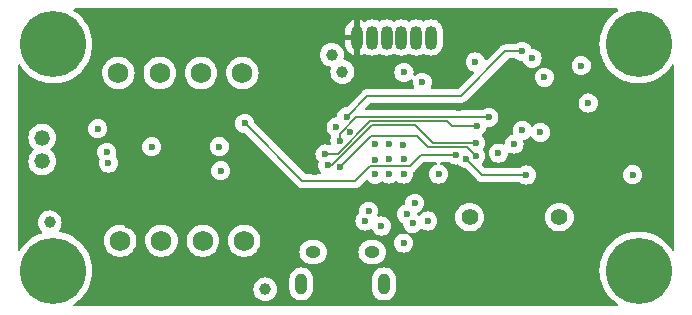
<source format=gbr>
%TF.GenerationSoftware,KiCad,Pcbnew,7.0.1*%
%TF.CreationDate,2023-05-27T07:40:04-07:00*%
%TF.ProjectId,Base-Flight-Computer-Test,42617365-2d46-46c6-9967-68742d436f6d,rev?*%
%TF.SameCoordinates,Original*%
%TF.FileFunction,Copper,L3,Inr*%
%TF.FilePolarity,Positive*%
%FSLAX46Y46*%
G04 Gerber Fmt 4.6, Leading zero omitted, Abs format (unit mm)*
G04 Created by KiCad (PCBNEW 7.0.1) date 2023-05-27 07:40:04*
%MOMM*%
%LPD*%
G01*
G04 APERTURE LIST*
%TA.AperFunction,ComponentPad*%
%ADD10O,1.300000X1.016000*%
%TD*%
%TA.AperFunction,ComponentPad*%
%ADD11O,1.016000X1.778000*%
%TD*%
%TA.AperFunction,ComponentPad*%
%ADD12C,5.588000*%
%TD*%
%TA.AperFunction,ComponentPad*%
%ADD13O,1.016000X2.032000*%
%TD*%
%TA.AperFunction,ComponentPad*%
%ADD14C,1.408000*%
%TD*%
%TA.AperFunction,ComponentPad*%
%ADD15C,1.320800*%
%TD*%
%TA.AperFunction,ComponentPad*%
%ADD16C,1.727200*%
%TD*%
%TA.AperFunction,ViaPad*%
%ADD17C,0.600000*%
%TD*%
%TA.AperFunction,ViaPad*%
%ADD18C,1.000000*%
%TD*%
%TA.AperFunction,Conductor*%
%ADD19C,0.177800*%
%TD*%
G04 APERTURE END LIST*
D10*
%TO.N,Earth*%
%TO.C,P2*%
X131454400Y-100525600D03*
X136454400Y-100525600D03*
D11*
X130454400Y-103225600D03*
X137454400Y-103225600D03*
%TD*%
D12*
%TO.N,Earth*%
%TO.C,H4*%
X109448600Y-102108000D03*
%TD*%
D13*
%TO.N,3.3V*%
%TO.C,P3*%
X135178000Y-82365000D03*
%TO.N,SWDIO*%
X136428000Y-82365000D03*
%TO.N,SWCLK*%
X137678000Y-82365000D03*
%TO.N,SWO*%
X138928000Y-82365000D03*
%TO.N,NRST*%
X140178000Y-82365000D03*
%TO.N,Earth*%
X141428000Y-82365000D03*
%TD*%
D14*
%TO.N,VIN*%
%TO.C,BZ1*%
X144703800Y-97561400D03*
%TO.N,Net-(BZ1-+)*%
X152303800Y-97561400D03*
%TD*%
D15*
%TO.N,Earth*%
%TO.C,P5*%
X108508800Y-92837001D03*
%TO.N,Net-(P5-6)*%
X108508800Y-90836999D03*
%TD*%
D12*
%TO.N,Earth*%
%TO.C,H3*%
X159004000Y-102108000D03*
%TD*%
D16*
%TO.N,VIN_SW*%
%TO.C,P1*%
X125467400Y-85372600D03*
%TO.N,Net-(P1A-6)*%
X121967399Y-85372600D03*
%TO.N,Earth*%
X118467399Y-85372600D03*
%TO.N,Net-(P1B-6)*%
X114967398Y-85372600D03*
%TD*%
D12*
%TO.N,Earth*%
%TO.C,H1*%
X159004000Y-82931000D03*
%TD*%
D16*
%TO.N,VIN_SW*%
%TO.C,P4*%
X115112800Y-99568000D03*
%TO.N,Net-(P4A-6)*%
X118612801Y-99568000D03*
%TO.N,VIN*%
X122112801Y-99568000D03*
%TO.N,VIN_SW*%
X125612802Y-99568000D03*
%TD*%
D12*
%TO.N,Earth*%
%TO.C,H2*%
X109448600Y-82931000D03*
%TD*%
D17*
%TO.N,Earth*%
X123520200Y-91592400D03*
%TO.N,3.3V*%
X147548600Y-85191600D03*
%TO.N,Earth*%
X154736800Y-87909400D03*
X141147800Y-97891600D03*
X139115800Y-93929200D03*
X139115800Y-92659200D03*
X140690600Y-86156800D03*
X139141200Y-85318600D03*
X136677400Y-91414600D03*
X113969800Y-92075000D03*
X136652000Y-92710000D03*
X137896600Y-93929200D03*
X137845800Y-91414600D03*
X145186400Y-84429600D03*
X136702800Y-93954600D03*
X117779800Y-91617800D03*
D18*
X133045200Y-83820000D03*
D17*
X151028400Y-85725000D03*
X137871200Y-92684600D03*
X139090400Y-91440000D03*
%TO.N,3.3V*%
X127812800Y-83769200D03*
X134493000Y-98094800D03*
X154406600Y-89611200D03*
X131648200Y-93751400D03*
X114833400Y-88569800D03*
X154203400Y-85928200D03*
X143764000Y-88366600D03*
D18*
X115824000Y-98094800D03*
D17*
X151079200Y-80619600D03*
D18*
%TO.N,VIN*%
X133934200Y-85267800D03*
X127406400Y-103682800D03*
X109143800Y-98018600D03*
D17*
%TO.N,DROGUE*%
X134594600Y-90398600D03*
X114122200Y-92989400D03*
%TO.N,MAIN*%
X123621800Y-93649800D03*
X133400800Y-89941400D03*
%TO.N,BOOT*%
X144373600Y-92608400D03*
X149504400Y-94004907D03*
X158496000Y-93980000D03*
%TO.N,SWDIO*%
X139369800Y-97307400D03*
%TO.N,SWCLK*%
X140055600Y-96393000D03*
%TO.N,SWO*%
X142069185Y-93922215D03*
%TO.N,STATUS_B*%
X134289800Y-89052400D03*
X149148800Y-83540600D03*
%TO.N,STATUS_G*%
X149174200Y-90220800D03*
X154152600Y-84734400D03*
%TO.N,STATUS_R*%
X149987000Y-84124800D03*
X147142200Y-92151200D03*
%TO.N,~{FLASH_SS}*%
X132461000Y-92227400D03*
X145338800Y-89814400D03*
%TO.N,USB_DETECT*%
X139115800Y-99771200D03*
X137236200Y-98323400D03*
%TO.N,FLASH_SCK*%
X133731000Y-91084400D03*
X146329400Y-89128600D03*
%TO.N,BP_SCL*%
X135839200Y-97891600D03*
X150698200Y-90398600D03*
%TO.N,BP_SDA*%
X136144000Y-97078800D03*
X148463000Y-91389200D03*
%TO.N,~{MAIN_CONT}*%
X125653800Y-89636600D03*
X143510000Y-92303600D03*
%TO.N,~{DROGUE_CONT}*%
X113207800Y-90093800D03*
X139877800Y-98094800D03*
%TO.N,FLASH_MISO*%
X133705600Y-93294200D03*
X145211800Y-92379800D03*
%TO.N,FLASH_MOSI*%
X145211800Y-91313000D03*
X132689600Y-93167200D03*
%TD*%
D19*
%TO.N,BOOT*%
X145770107Y-94004907D02*
X149504400Y-94004907D01*
X144373600Y-92608400D02*
X145770107Y-94004907D01*
%TO.N,STATUS_B*%
X134289800Y-89052400D02*
X136017000Y-87325200D01*
X136017000Y-87325200D02*
X143941800Y-87325200D01*
X143941800Y-87325200D02*
X147726400Y-83540600D01*
X147726400Y-83540600D02*
X149148800Y-83540600D01*
%TO.N,~{FLASH_SS}*%
X142824200Y-89458800D02*
X136299914Y-89458800D01*
X143179800Y-89814400D02*
X142824200Y-89458800D01*
X145338800Y-89814400D02*
X143179800Y-89814400D01*
X136299914Y-89458800D02*
X133531314Y-92227400D01*
X133531314Y-92227400D02*
X132461000Y-92227400D01*
%TO.N,FLASH_SCK*%
X146329400Y-89128600D02*
X135099086Y-89128600D01*
X135099086Y-89128600D02*
X133731000Y-90496686D01*
X133731000Y-90496686D02*
X133731000Y-91084400D01*
%TO.N,~{MAIN_CONT}*%
X143510000Y-92303600D02*
X140563600Y-92303600D01*
X140563600Y-92303600D02*
X139615900Y-93251300D01*
X136263100Y-93251300D02*
X135018500Y-94495900D01*
X135018500Y-94495900D02*
X130513100Y-94495900D01*
X130513100Y-94495900D02*
X125653800Y-89636600D01*
X139615900Y-93251300D02*
X136263100Y-93251300D01*
%TO.N,FLASH_MISO*%
X144475200Y-91643200D02*
X141173200Y-91643200D01*
X136321800Y-90678000D02*
X133705600Y-93294200D01*
X141173200Y-91643200D02*
X140208000Y-90678000D01*
X145211800Y-92379800D02*
X144475200Y-91643200D01*
X140208000Y-90678000D02*
X136321800Y-90678000D01*
%TO.N,FLASH_MOSI*%
X141630400Y-91313000D02*
X140106400Y-89789000D01*
X136436688Y-89789000D02*
X133058488Y-93167200D01*
X145211800Y-91313000D02*
X141630400Y-91313000D01*
X133058488Y-93167200D02*
X132689600Y-93167200D01*
X140106400Y-89789000D02*
X136436688Y-89789000D01*
%TD*%
%TA.AperFunction,Conductor*%
%TO.N,3.3V*%
G36*
X157240030Y-79922890D02*
G01*
X157285355Y-79967726D01*
X157302411Y-80029157D01*
X157286689Y-80090943D01*
X157242346Y-80136750D01*
X157147966Y-80193536D01*
X157147962Y-80193538D01*
X157147957Y-80193542D01*
X156976902Y-80323574D01*
X156862860Y-80410267D01*
X156602878Y-80656536D01*
X156371042Y-80929473D01*
X156170070Y-81225886D01*
X156002329Y-81542277D01*
X155869776Y-81874959D01*
X155773974Y-82220009D01*
X155716036Y-82573418D01*
X155696648Y-82931000D01*
X155716036Y-83288581D01*
X155716036Y-83288586D01*
X155716037Y-83288588D01*
X155723086Y-83331583D01*
X155773974Y-83641990D01*
X155869776Y-83987040D01*
X156002329Y-84319722D01*
X156167933Y-84632082D01*
X156170073Y-84636118D01*
X156201514Y-84682490D01*
X156371042Y-84932526D01*
X156602878Y-85205463D01*
X156862860Y-85451732D01*
X156862863Y-85451734D01*
X156862866Y-85451737D01*
X157147957Y-85668458D01*
X157454809Y-85853084D01*
X157779823Y-86003452D01*
X158001118Y-86078015D01*
X158119189Y-86117798D01*
X158182284Y-86131686D01*
X158468930Y-86194782D01*
X158790022Y-86229702D01*
X158824943Y-86233500D01*
X158824944Y-86233500D01*
X159183056Y-86233500D01*
X159183057Y-86233500D01*
X159214857Y-86230041D01*
X159539070Y-86194782D01*
X159888810Y-86117798D01*
X160228177Y-86003452D01*
X160553191Y-85853084D01*
X160860043Y-85668458D01*
X161145134Y-85451737D01*
X161405122Y-85205463D01*
X161636959Y-84932524D01*
X161801866Y-84689303D01*
X161848804Y-84648103D01*
X161909871Y-84635007D01*
X161969576Y-84653339D01*
X162012771Y-84698448D01*
X162028500Y-84758891D01*
X162028500Y-100280109D01*
X162012771Y-100340552D01*
X161969576Y-100385661D01*
X161909871Y-100403993D01*
X161848804Y-100390897D01*
X161801866Y-100349696D01*
X161636957Y-100106473D01*
X161405121Y-99833536D01*
X161145139Y-99587267D01*
X161145134Y-99587263D01*
X160860043Y-99370542D01*
X160860039Y-99370539D01*
X160860037Y-99370538D01*
X160553188Y-99185914D01*
X160228180Y-99035549D01*
X159888810Y-98921201D01*
X159602164Y-98858106D01*
X159539070Y-98844218D01*
X159312863Y-98819617D01*
X159183057Y-98805500D01*
X159183056Y-98805500D01*
X158824944Y-98805500D01*
X158824943Y-98805500D01*
X158468930Y-98844218D01*
X158119189Y-98921201D01*
X157779819Y-99035549D01*
X157454811Y-99185914D01*
X157147962Y-99370538D01*
X156862860Y-99587267D01*
X156602878Y-99833536D01*
X156371042Y-100106473D01*
X156170070Y-100402886D01*
X156002329Y-100719277D01*
X155869776Y-101051959D01*
X155773974Y-101397009D01*
X155716036Y-101750418D01*
X155696648Y-102108000D01*
X155716036Y-102465581D01*
X155773974Y-102818990D01*
X155869776Y-103164040D01*
X156002329Y-103496722D01*
X156170070Y-103813113D01*
X156371042Y-104109526D01*
X156602878Y-104382463D01*
X156862860Y-104628732D01*
X156862863Y-104628734D01*
X156862866Y-104628737D01*
X157147957Y-104845458D01*
X157207289Y-104881157D01*
X157242346Y-104902250D01*
X157286689Y-104948057D01*
X157302411Y-105009843D01*
X157285355Y-105071274D01*
X157240030Y-105116110D01*
X157178418Y-105132500D01*
X111274182Y-105132500D01*
X111212570Y-105116110D01*
X111167245Y-105071274D01*
X111150189Y-105009843D01*
X111165911Y-104948057D01*
X111210254Y-104902250D01*
X111234175Y-104887857D01*
X111304643Y-104845458D01*
X111589734Y-104628737D01*
X111849722Y-104382463D01*
X112081559Y-104109524D01*
X112282527Y-103813118D01*
X112351617Y-103682800D01*
X126393020Y-103682800D01*
X126412491Y-103880498D01*
X126412492Y-103880501D01*
X126470159Y-104070604D01*
X126563805Y-104245804D01*
X126689832Y-104399368D01*
X126843396Y-104525395D01*
X127018596Y-104619041D01*
X127208699Y-104676708D01*
X127406400Y-104696180D01*
X127604101Y-104676708D01*
X127794204Y-104619041D01*
X127969404Y-104525395D01*
X128122968Y-104399368D01*
X128248995Y-104245804D01*
X128342641Y-104070604D01*
X128400308Y-103880501D01*
X128419780Y-103682800D01*
X128417193Y-103656534D01*
X129437900Y-103656534D01*
X129452608Y-103805870D01*
X129510732Y-103997480D01*
X129549820Y-104070607D01*
X129605122Y-104174069D01*
X129654755Y-104234548D01*
X129732147Y-104328852D01*
X129797474Y-104382463D01*
X129886931Y-104455878D01*
X129975225Y-104503072D01*
X130063519Y-104550267D01*
X130146953Y-104575576D01*
X130255131Y-104608392D01*
X130454400Y-104628018D01*
X130653669Y-104608392D01*
X130845280Y-104550267D01*
X131021869Y-104455878D01*
X131176652Y-104328852D01*
X131303678Y-104174069D01*
X131398067Y-103997480D01*
X131456192Y-103805869D01*
X131470900Y-103656534D01*
X136437900Y-103656534D01*
X136452608Y-103805870D01*
X136510732Y-103997480D01*
X136549820Y-104070607D01*
X136605122Y-104174069D01*
X136654755Y-104234548D01*
X136732147Y-104328852D01*
X136797474Y-104382463D01*
X136886931Y-104455878D01*
X136975225Y-104503072D01*
X137063519Y-104550267D01*
X137146953Y-104575576D01*
X137255131Y-104608392D01*
X137454400Y-104628018D01*
X137653669Y-104608392D01*
X137845280Y-104550267D01*
X138021869Y-104455878D01*
X138176652Y-104328852D01*
X138303678Y-104174069D01*
X138398067Y-103997480D01*
X138456192Y-103805869D01*
X138470900Y-103656534D01*
X138470900Y-102794666D01*
X138456192Y-102645331D01*
X138398067Y-102453720D01*
X138398067Y-102453719D01*
X138350872Y-102365425D01*
X138303678Y-102277131D01*
X138240164Y-102199739D01*
X138176652Y-102122347D01*
X138082348Y-102044955D01*
X138021869Y-101995322D01*
X138010465Y-101989226D01*
X137845280Y-101900932D01*
X137653670Y-101842808D01*
X137454400Y-101823182D01*
X137255129Y-101842808D01*
X137063519Y-101900932D01*
X136886932Y-101995321D01*
X136732147Y-102122347D01*
X136605121Y-102277132D01*
X136510732Y-102453719D01*
X136452608Y-102645329D01*
X136437900Y-102794666D01*
X136437900Y-103656534D01*
X131470900Y-103656534D01*
X131470900Y-102794666D01*
X131456192Y-102645331D01*
X131398067Y-102453720D01*
X131398067Y-102453719D01*
X131350872Y-102365425D01*
X131303678Y-102277131D01*
X131240164Y-102199739D01*
X131176652Y-102122347D01*
X131082348Y-102044955D01*
X131021869Y-101995322D01*
X131010465Y-101989226D01*
X130845280Y-101900932D01*
X130653670Y-101842808D01*
X130454400Y-101823182D01*
X130255129Y-101842808D01*
X130063519Y-101900932D01*
X129886932Y-101995321D01*
X129732147Y-102122347D01*
X129605121Y-102277132D01*
X129510732Y-102453719D01*
X129452608Y-102645329D01*
X129437900Y-102794666D01*
X129437900Y-103656534D01*
X128417193Y-103656534D01*
X128400308Y-103485099D01*
X128342641Y-103294996D01*
X128248995Y-103119796D01*
X128122968Y-102966232D01*
X127969404Y-102840205D01*
X127969403Y-102840204D01*
X127874790Y-102789633D01*
X127794204Y-102746559D01*
X127604101Y-102688892D01*
X127604098Y-102688891D01*
X127406400Y-102669420D01*
X127208701Y-102688891D01*
X127145331Y-102708114D01*
X127018596Y-102746559D01*
X127018592Y-102746560D01*
X127018592Y-102746561D01*
X126843396Y-102840204D01*
X126689832Y-102966232D01*
X126563804Y-103119796D01*
X126470161Y-103294992D01*
X126470159Y-103294996D01*
X126431714Y-103421731D01*
X126412491Y-103485101D01*
X126393020Y-103682800D01*
X112351617Y-103682800D01*
X112374968Y-103638754D01*
X112450270Y-103496722D01*
X112582823Y-103164040D01*
X112678625Y-102818990D01*
X112678624Y-102818990D01*
X112678627Y-102818983D01*
X112736563Y-102465588D01*
X112755951Y-102108000D01*
X112736563Y-101750412D01*
X112678627Y-101397017D01*
X112637212Y-101247852D01*
X112582823Y-101051959D01*
X112450270Y-100719277D01*
X112282529Y-100402886D01*
X112282527Y-100402882D01*
X112081559Y-100106476D01*
X112081557Y-100106473D01*
X111849721Y-99833536D01*
X111589739Y-99587267D01*
X111589734Y-99587263D01*
X111564394Y-99568000D01*
X113735997Y-99568000D01*
X113754775Y-99794609D01*
X113754775Y-99794612D01*
X113754776Y-99794614D01*
X113764633Y-99833537D01*
X113810597Y-100015048D01*
X113901939Y-100223285D01*
X114026310Y-100413649D01*
X114180317Y-100580946D01*
X114359761Y-100720612D01*
X114559745Y-100828839D01*
X114696879Y-100875916D01*
X114774811Y-100902671D01*
X114774813Y-100902671D01*
X114774815Y-100902672D01*
X114999105Y-100940100D01*
X115226494Y-100940100D01*
X115226495Y-100940100D01*
X115450785Y-100902672D01*
X115665855Y-100828839D01*
X115865839Y-100720612D01*
X116045283Y-100580946D01*
X116199290Y-100413649D01*
X116323661Y-100223285D01*
X116415003Y-100015047D01*
X116470824Y-99794614D01*
X116489602Y-99568000D01*
X117235998Y-99568000D01*
X117254776Y-99794609D01*
X117254776Y-99794612D01*
X117254777Y-99794614D01*
X117264634Y-99833537D01*
X117310598Y-100015048D01*
X117401940Y-100223285D01*
X117526311Y-100413649D01*
X117680318Y-100580946D01*
X117859762Y-100720612D01*
X118059746Y-100828839D01*
X118196880Y-100875916D01*
X118274812Y-100902671D01*
X118274814Y-100902671D01*
X118274816Y-100902672D01*
X118499106Y-100940100D01*
X118726495Y-100940100D01*
X118726496Y-100940100D01*
X118950786Y-100902672D01*
X119165856Y-100828839D01*
X119365840Y-100720612D01*
X119545284Y-100580946D01*
X119699291Y-100413649D01*
X119823662Y-100223285D01*
X119915004Y-100015047D01*
X119970825Y-99794614D01*
X119989603Y-99568000D01*
X120735998Y-99568000D01*
X120754776Y-99794609D01*
X120754776Y-99794612D01*
X120754777Y-99794614D01*
X120764634Y-99833537D01*
X120810598Y-100015048D01*
X120901940Y-100223285D01*
X121026311Y-100413649D01*
X121180318Y-100580946D01*
X121359762Y-100720612D01*
X121559746Y-100828839D01*
X121696880Y-100875916D01*
X121774812Y-100902671D01*
X121774814Y-100902671D01*
X121774816Y-100902672D01*
X121999106Y-100940100D01*
X122226495Y-100940100D01*
X122226496Y-100940100D01*
X122450786Y-100902672D01*
X122665856Y-100828839D01*
X122865840Y-100720612D01*
X123045284Y-100580946D01*
X123199291Y-100413649D01*
X123323662Y-100223285D01*
X123415004Y-100015047D01*
X123470825Y-99794614D01*
X123489603Y-99568000D01*
X124235999Y-99568000D01*
X124254777Y-99794609D01*
X124254777Y-99794612D01*
X124254778Y-99794614D01*
X124264635Y-99833537D01*
X124310599Y-100015048D01*
X124401941Y-100223285D01*
X124526312Y-100413649D01*
X124680319Y-100580946D01*
X124859763Y-100720612D01*
X125059747Y-100828839D01*
X125196881Y-100875916D01*
X125274813Y-100902671D01*
X125274815Y-100902671D01*
X125274817Y-100902672D01*
X125499107Y-100940100D01*
X125726496Y-100940100D01*
X125726497Y-100940100D01*
X125950787Y-100902672D01*
X126165857Y-100828839D01*
X126365841Y-100720612D01*
X126545285Y-100580946D01*
X126596235Y-100525599D01*
X130290982Y-100525599D01*
X130310608Y-100724870D01*
X130368732Y-100916480D01*
X130441148Y-101051959D01*
X130463122Y-101093069D01*
X130512755Y-101153548D01*
X130590147Y-101247852D01*
X130667539Y-101311365D01*
X130744931Y-101374878D01*
X130833225Y-101422072D01*
X130921519Y-101469267D01*
X131004953Y-101494576D01*
X131113131Y-101527392D01*
X131262466Y-101542100D01*
X131646334Y-101542100D01*
X131795669Y-101527392D01*
X131987280Y-101469267D01*
X132163869Y-101374878D01*
X132318652Y-101247852D01*
X132445678Y-101093069D01*
X132540067Y-100916480D01*
X132598192Y-100724869D01*
X132617818Y-100525600D01*
X132617818Y-100525599D01*
X135290982Y-100525599D01*
X135310608Y-100724870D01*
X135368732Y-100916480D01*
X135441148Y-101051959D01*
X135463122Y-101093069D01*
X135512755Y-101153548D01*
X135590147Y-101247852D01*
X135667539Y-101311365D01*
X135744931Y-101374878D01*
X135833225Y-101422072D01*
X135921519Y-101469267D01*
X136004953Y-101494576D01*
X136113131Y-101527392D01*
X136262466Y-101542100D01*
X136646334Y-101542100D01*
X136795669Y-101527392D01*
X136987280Y-101469267D01*
X137163869Y-101374878D01*
X137318652Y-101247852D01*
X137445678Y-101093069D01*
X137540067Y-100916480D01*
X137598192Y-100724869D01*
X137617818Y-100525600D01*
X137598192Y-100326331D01*
X137540067Y-100134720D01*
X137540067Y-100134719D01*
X137476100Y-100015047D01*
X137445678Y-99958131D01*
X137382165Y-99880739D01*
X137318652Y-99803347D01*
X137279479Y-99771199D01*
X138302183Y-99771199D01*
X138322582Y-99952244D01*
X138322582Y-99952246D01*
X138322583Y-99952247D01*
X138382757Y-100124215D01*
X138479689Y-100278481D01*
X138608519Y-100407311D01*
X138762785Y-100504243D01*
X138934753Y-100564417D01*
X139115800Y-100584816D01*
X139296847Y-100564417D01*
X139468815Y-100504243D01*
X139623081Y-100407311D01*
X139751911Y-100278481D01*
X139848843Y-100124215D01*
X139909017Y-99952247D01*
X139929416Y-99771200D01*
X139909017Y-99590153D01*
X139848843Y-99418185D01*
X139751911Y-99263919D01*
X139623081Y-99135089D01*
X139574948Y-99104845D01*
X139533535Y-99061853D01*
X139517009Y-99004490D01*
X139529202Y-98946051D01*
X139567288Y-98900083D01*
X139622441Y-98877238D01*
X139681874Y-98882810D01*
X139696753Y-98888017D01*
X139877800Y-98908416D01*
X140058847Y-98888017D01*
X140230815Y-98827843D01*
X140385081Y-98730911D01*
X140513911Y-98602081D01*
X140517277Y-98596723D01*
X140564329Y-98553063D01*
X140626909Y-98538779D01*
X140688243Y-98557698D01*
X140771899Y-98610263D01*
X140780181Y-98615467D01*
X140794785Y-98624643D01*
X140966753Y-98684817D01*
X141147800Y-98705216D01*
X141328847Y-98684817D01*
X141500815Y-98624643D01*
X141655081Y-98527711D01*
X141783911Y-98398881D01*
X141880843Y-98244615D01*
X141941017Y-98072647D01*
X141961416Y-97891600D01*
X141941017Y-97710553D01*
X141888826Y-97561400D01*
X143486667Y-97561400D01*
X143505158Y-97772750D01*
X143560070Y-97977685D01*
X143587535Y-98036582D01*
X143649733Y-98169966D01*
X143771423Y-98343757D01*
X143921443Y-98493777D01*
X144095234Y-98615467D01*
X144287516Y-98705130D01*
X144492447Y-98760041D01*
X144703800Y-98778532D01*
X144915153Y-98760041D01*
X145120084Y-98705130D01*
X145312366Y-98615467D01*
X145486157Y-98493777D01*
X145636177Y-98343757D01*
X145757867Y-98169966D01*
X145847530Y-97977684D01*
X145902441Y-97772753D01*
X145920932Y-97561400D01*
X151086667Y-97561400D01*
X151105158Y-97772750D01*
X151160070Y-97977685D01*
X151187535Y-98036582D01*
X151249733Y-98169966D01*
X151371423Y-98343757D01*
X151521443Y-98493777D01*
X151695234Y-98615467D01*
X151887516Y-98705130D01*
X152092447Y-98760041D01*
X152303800Y-98778532D01*
X152515153Y-98760041D01*
X152720084Y-98705130D01*
X152912366Y-98615467D01*
X153086157Y-98493777D01*
X153236177Y-98343757D01*
X153357867Y-98169966D01*
X153447530Y-97977684D01*
X153502441Y-97772753D01*
X153520932Y-97561400D01*
X153502441Y-97350047D01*
X153447530Y-97145116D01*
X153357867Y-96952834D01*
X153236177Y-96779043D01*
X153086157Y-96629023D01*
X152912366Y-96507333D01*
X152785646Y-96448242D01*
X152720085Y-96417670D01*
X152515150Y-96362758D01*
X152303800Y-96344267D01*
X152092449Y-96362758D01*
X151887514Y-96417670D01*
X151695236Y-96507332D01*
X151695234Y-96507333D01*
X151670966Y-96524326D01*
X151521439Y-96629026D01*
X151371426Y-96779039D01*
X151371423Y-96779042D01*
X151371423Y-96779043D01*
X151286533Y-96900279D01*
X151249732Y-96952836D01*
X151160070Y-97145114D01*
X151105158Y-97350049D01*
X151086667Y-97561400D01*
X145920932Y-97561400D01*
X145902441Y-97350047D01*
X145847530Y-97145116D01*
X145757867Y-96952834D01*
X145636177Y-96779043D01*
X145486157Y-96629023D01*
X145312366Y-96507333D01*
X145185646Y-96448242D01*
X145120085Y-96417670D01*
X144915150Y-96362758D01*
X144703800Y-96344267D01*
X144492449Y-96362758D01*
X144287514Y-96417670D01*
X144095236Y-96507332D01*
X144095234Y-96507333D01*
X144070966Y-96524326D01*
X143921439Y-96629026D01*
X143771426Y-96779039D01*
X143771423Y-96779042D01*
X143771423Y-96779043D01*
X143686533Y-96900279D01*
X143649732Y-96952836D01*
X143560070Y-97145114D01*
X143505158Y-97350049D01*
X143486667Y-97561400D01*
X141888826Y-97561400D01*
X141880843Y-97538585D01*
X141783911Y-97384319D01*
X141655081Y-97255489D01*
X141500815Y-97158557D01*
X141328847Y-97098383D01*
X141328846Y-97098382D01*
X141328844Y-97098382D01*
X141147800Y-97077983D01*
X140966755Y-97098382D01*
X140794782Y-97158558D01*
X140754363Y-97183955D01*
X140697658Y-97202614D01*
X140638805Y-97192614D01*
X140636385Y-97190757D01*
X140633498Y-97242187D01*
X140602689Y-97293319D01*
X140511689Y-97384319D01*
X140508319Y-97389683D01*
X140461266Y-97433339D01*
X140398689Y-97447620D01*
X140337354Y-97428700D01*
X140271480Y-97387308D01*
X140225733Y-97336116D01*
X140214233Y-97268431D01*
X140240506Y-97205002D01*
X140296496Y-97165274D01*
X140408615Y-97126043D01*
X140449038Y-97100643D01*
X140505739Y-97081985D01*
X140564592Y-97091984D01*
X140567012Y-97093841D01*
X140569901Y-97042411D01*
X140600707Y-96991284D01*
X140691711Y-96900281D01*
X140788643Y-96746015D01*
X140848817Y-96574047D01*
X140869216Y-96393000D01*
X140848817Y-96211953D01*
X140788643Y-96039985D01*
X140691711Y-95885719D01*
X140562881Y-95756889D01*
X140408615Y-95659957D01*
X140236647Y-95599783D01*
X140236646Y-95599782D01*
X140236644Y-95599782D01*
X140055600Y-95579383D01*
X139874555Y-95599782D01*
X139702584Y-95659957D01*
X139548317Y-95756890D01*
X139419490Y-95885717D01*
X139322557Y-96039984D01*
X139262382Y-96211955D01*
X139241983Y-96393000D01*
X139242029Y-96393406D01*
X139235849Y-96448242D01*
X139206488Y-96494967D01*
X139159763Y-96524326D01*
X139016787Y-96574355D01*
X138862517Y-96671290D01*
X138733690Y-96800117D01*
X138636757Y-96954384D01*
X138576582Y-97126355D01*
X138556183Y-97307400D01*
X138576582Y-97488444D01*
X138576582Y-97488446D01*
X138576583Y-97488447D01*
X138636757Y-97660415D01*
X138733689Y-97814681D01*
X138862519Y-97943511D01*
X139010642Y-98036583D01*
X139049663Y-98075604D01*
X139067889Y-98127692D01*
X139084582Y-98275844D01*
X139084582Y-98275846D01*
X139084583Y-98275847D01*
X139144757Y-98447815D01*
X139241689Y-98602081D01*
X139370519Y-98730911D01*
X139418651Y-98761154D01*
X139460064Y-98804145D01*
X139476590Y-98861508D01*
X139464398Y-98919946D01*
X139426312Y-98965915D01*
X139371160Y-98988761D01*
X139311725Y-98983188D01*
X139296848Y-98977982D01*
X139115800Y-98957583D01*
X138934755Y-98977982D01*
X138762784Y-99038157D01*
X138608517Y-99135090D01*
X138479690Y-99263917D01*
X138382757Y-99418184D01*
X138322582Y-99590155D01*
X138302183Y-99771199D01*
X137279479Y-99771199D01*
X137224348Y-99725955D01*
X137163869Y-99676322D01*
X137152465Y-99670226D01*
X136987280Y-99581932D01*
X136795670Y-99523808D01*
X136646334Y-99509100D01*
X136262466Y-99509100D01*
X136113129Y-99523808D01*
X135921519Y-99581932D01*
X135744932Y-99676321D01*
X135590147Y-99803347D01*
X135463121Y-99958132D01*
X135368732Y-100134719D01*
X135310608Y-100326329D01*
X135290982Y-100525599D01*
X132617818Y-100525599D01*
X132598192Y-100326331D01*
X132540067Y-100134720D01*
X132540067Y-100134719D01*
X132476100Y-100015047D01*
X132445678Y-99958131D01*
X132382165Y-99880739D01*
X132318652Y-99803347D01*
X132224348Y-99725955D01*
X132163869Y-99676322D01*
X132152465Y-99670226D01*
X131987280Y-99581932D01*
X131795670Y-99523808D01*
X131646334Y-99509100D01*
X131262466Y-99509100D01*
X131113129Y-99523808D01*
X130921519Y-99581932D01*
X130744932Y-99676321D01*
X130590147Y-99803347D01*
X130463121Y-99958132D01*
X130368732Y-100134719D01*
X130310608Y-100326329D01*
X130290982Y-100525599D01*
X126596235Y-100525599D01*
X126699292Y-100413649D01*
X126823663Y-100223285D01*
X126915005Y-100015047D01*
X126970826Y-99794614D01*
X126989604Y-99568000D01*
X126970826Y-99341386D01*
X126915005Y-99120953D01*
X126823663Y-98912715D01*
X126699292Y-98722351D01*
X126545285Y-98555054D01*
X126365841Y-98415388D01*
X126165857Y-98307161D01*
X125950790Y-98233328D01*
X125782569Y-98205256D01*
X125726497Y-98195900D01*
X125499107Y-98195900D01*
X125454248Y-98203385D01*
X125274813Y-98233328D01*
X125059746Y-98307161D01*
X124859766Y-98415386D01*
X124680318Y-98555054D01*
X124526311Y-98722352D01*
X124401941Y-98912714D01*
X124310599Y-99120951D01*
X124254777Y-99341390D01*
X124235999Y-99568000D01*
X123489603Y-99568000D01*
X123470825Y-99341386D01*
X123415004Y-99120953D01*
X123323662Y-98912715D01*
X123199291Y-98722351D01*
X123045284Y-98555054D01*
X122865840Y-98415388D01*
X122665856Y-98307161D01*
X122450789Y-98233328D01*
X122282568Y-98205256D01*
X122226496Y-98195900D01*
X121999106Y-98195900D01*
X121954247Y-98203385D01*
X121774812Y-98233328D01*
X121559745Y-98307161D01*
X121359765Y-98415386D01*
X121180317Y-98555054D01*
X121026310Y-98722352D01*
X120901940Y-98912714D01*
X120810598Y-99120951D01*
X120754776Y-99341390D01*
X120735998Y-99568000D01*
X119989603Y-99568000D01*
X119970825Y-99341386D01*
X119915004Y-99120953D01*
X119823662Y-98912715D01*
X119699291Y-98722351D01*
X119545284Y-98555054D01*
X119365840Y-98415388D01*
X119165856Y-98307161D01*
X118950789Y-98233328D01*
X118782568Y-98205256D01*
X118726496Y-98195900D01*
X118499106Y-98195900D01*
X118454247Y-98203385D01*
X118274812Y-98233328D01*
X118059745Y-98307161D01*
X117859765Y-98415386D01*
X117680317Y-98555054D01*
X117526310Y-98722352D01*
X117401940Y-98912714D01*
X117310598Y-99120951D01*
X117254776Y-99341390D01*
X117235998Y-99568000D01*
X116489602Y-99568000D01*
X116470824Y-99341386D01*
X116415003Y-99120953D01*
X116323661Y-98912715D01*
X116199290Y-98722351D01*
X116045283Y-98555054D01*
X115865839Y-98415388D01*
X115665855Y-98307161D01*
X115450788Y-98233328D01*
X115282567Y-98205256D01*
X115226495Y-98195900D01*
X114999105Y-98195900D01*
X114954246Y-98203385D01*
X114774811Y-98233328D01*
X114559744Y-98307161D01*
X114359764Y-98415386D01*
X114180316Y-98555054D01*
X114026309Y-98722352D01*
X113901939Y-98912714D01*
X113810597Y-99120951D01*
X113754775Y-99341390D01*
X113735997Y-99568000D01*
X111564394Y-99568000D01*
X111304643Y-99370542D01*
X111304639Y-99370539D01*
X111304637Y-99370538D01*
X110997788Y-99185914D01*
X110672780Y-99035549D01*
X110333410Y-98921201D01*
X110090750Y-98867788D01*
X110000898Y-98848010D01*
X109945141Y-98819559D01*
X109910386Y-98767496D01*
X109905491Y-98705090D01*
X109931700Y-98648249D01*
X109986395Y-98581604D01*
X110080041Y-98406404D01*
X110137708Y-98216301D01*
X110157180Y-98018600D01*
X110144671Y-97891600D01*
X135025583Y-97891600D01*
X135045982Y-98072644D01*
X135045982Y-98072646D01*
X135045983Y-98072647D01*
X135106157Y-98244615D01*
X135203089Y-98398881D01*
X135331919Y-98527711D01*
X135486185Y-98624643D01*
X135658153Y-98684817D01*
X135839200Y-98705216D01*
X136020247Y-98684817D01*
X136192215Y-98624643D01*
X136300607Y-98556535D01*
X136352691Y-98538310D01*
X136407530Y-98544488D01*
X136454257Y-98573848D01*
X136483617Y-98620575D01*
X136503155Y-98676412D01*
X136503157Y-98676415D01*
X136600089Y-98830681D01*
X136728919Y-98959511D01*
X136883185Y-99056443D01*
X137055153Y-99116617D01*
X137236200Y-99137016D01*
X137417247Y-99116617D01*
X137589215Y-99056443D01*
X137743481Y-98959511D01*
X137872311Y-98830681D01*
X137969243Y-98676415D01*
X138029417Y-98504447D01*
X138049816Y-98323400D01*
X138029417Y-98142353D01*
X137969243Y-97970385D01*
X137872311Y-97816119D01*
X137743481Y-97687289D01*
X137589215Y-97590357D01*
X137417247Y-97530183D01*
X137417246Y-97530182D01*
X137417244Y-97530182D01*
X137236200Y-97509783D01*
X137041270Y-97531747D01*
X137041154Y-97530718D01*
X136987457Y-97533732D01*
X136927370Y-97500521D01*
X136894162Y-97440433D01*
X136898011Y-97371889D01*
X136937217Y-97259847D01*
X136957616Y-97078800D01*
X136937217Y-96897753D01*
X136877043Y-96725785D01*
X136780111Y-96571519D01*
X136651281Y-96442689D01*
X136497015Y-96345757D01*
X136325047Y-96285583D01*
X136325046Y-96285582D01*
X136325044Y-96285582D01*
X136144000Y-96265183D01*
X135962955Y-96285582D01*
X135790984Y-96345757D01*
X135636717Y-96442690D01*
X135507890Y-96571517D01*
X135410957Y-96725784D01*
X135350782Y-96897755D01*
X135330383Y-97078800D01*
X135341745Y-97179636D01*
X135335567Y-97234474D01*
X135306207Y-97281201D01*
X135203089Y-97384319D01*
X135106157Y-97538584D01*
X135045982Y-97710555D01*
X135025583Y-97891600D01*
X110144671Y-97891600D01*
X110137708Y-97820899D01*
X110080041Y-97630796D01*
X109986395Y-97455596D01*
X109860368Y-97302032D01*
X109716491Y-97183955D01*
X109706803Y-97176004D01*
X109612190Y-97125433D01*
X109531604Y-97082359D01*
X109341501Y-97024692D01*
X109341498Y-97024691D01*
X109143800Y-97005220D01*
X108946101Y-97024691D01*
X108887687Y-97042411D01*
X108755996Y-97082359D01*
X108755992Y-97082360D01*
X108755992Y-97082361D01*
X108580796Y-97176004D01*
X108427232Y-97302032D01*
X108301204Y-97455596D01*
X108229174Y-97590357D01*
X108207559Y-97630796D01*
X108182043Y-97714911D01*
X108149891Y-97820901D01*
X108130420Y-98018600D01*
X108149891Y-98216298D01*
X108149892Y-98216301D01*
X108207559Y-98406404D01*
X108229694Y-98447815D01*
X108288427Y-98557699D01*
X108301205Y-98581604D01*
X108427232Y-98735168D01*
X108454744Y-98757747D01*
X108492509Y-98810937D01*
X108498051Y-98875935D01*
X108469836Y-98934751D01*
X108415673Y-98971108D01*
X108224417Y-99035550D01*
X107899411Y-99185914D01*
X107592562Y-99370538D01*
X107307460Y-99587267D01*
X107047478Y-99833536D01*
X106815642Y-100106473D01*
X106650734Y-100349696D01*
X106603796Y-100390897D01*
X106542729Y-100403993D01*
X106483024Y-100385661D01*
X106439829Y-100340552D01*
X106424100Y-100280109D01*
X106424100Y-92837000D01*
X107334892Y-92837000D01*
X107354879Y-93052707D01*
X107414162Y-93261065D01*
X107510720Y-93454981D01*
X107641272Y-93627859D01*
X107801361Y-93773800D01*
X107927276Y-93851762D01*
X107985544Y-93887840D01*
X108187545Y-93966096D01*
X108400485Y-94005901D01*
X108617113Y-94005901D01*
X108617115Y-94005901D01*
X108830055Y-93966096D01*
X109032056Y-93887840D01*
X109216238Y-93773800D01*
X109257503Y-93736182D01*
X109376327Y-93627859D01*
X109378102Y-93625509D01*
X109506877Y-93454984D01*
X109506877Y-93454982D01*
X109506879Y-93454981D01*
X109603437Y-93261065D01*
X109662720Y-93052707D01*
X109664789Y-93030376D01*
X109682708Y-92837001D01*
X109662720Y-92621296D01*
X109662720Y-92621294D01*
X109603437Y-92412936D01*
X109506879Y-92219020D01*
X109398119Y-92074999D01*
X113156183Y-92074999D01*
X113176582Y-92256044D01*
X113176582Y-92256046D01*
X113176583Y-92256047D01*
X113236757Y-92428015D01*
X113320219Y-92560844D01*
X113333690Y-92582282D01*
X113333709Y-92582301D01*
X113333758Y-92582390D01*
X113341123Y-92594111D01*
X113340464Y-92594524D01*
X113366919Y-92642389D01*
X113363070Y-92710936D01*
X113328982Y-92808354D01*
X113308583Y-92989400D01*
X113328982Y-93170444D01*
X113328982Y-93170446D01*
X113328983Y-93170447D01*
X113389157Y-93342415D01*
X113486089Y-93496681D01*
X113614919Y-93625511D01*
X113769185Y-93722443D01*
X113941153Y-93782617D01*
X114122200Y-93803016D01*
X114303247Y-93782617D01*
X114475215Y-93722443D01*
X114590827Y-93649799D01*
X122808183Y-93649799D01*
X122828582Y-93830844D01*
X122828582Y-93830846D01*
X122828583Y-93830847D01*
X122888757Y-94002815D01*
X122985689Y-94157081D01*
X123114519Y-94285911D01*
X123268785Y-94382843D01*
X123440753Y-94443017D01*
X123621800Y-94463416D01*
X123802847Y-94443017D01*
X123974815Y-94382843D01*
X124129081Y-94285911D01*
X124257911Y-94157081D01*
X124354843Y-94002815D01*
X124415017Y-93830847D01*
X124435416Y-93649800D01*
X124415017Y-93468753D01*
X124354843Y-93296785D01*
X124257911Y-93142519D01*
X124129081Y-93013689D01*
X123974815Y-92916757D01*
X123802847Y-92856583D01*
X123802846Y-92856582D01*
X123802844Y-92856582D01*
X123621800Y-92836183D01*
X123440755Y-92856582D01*
X123268784Y-92916757D01*
X123114517Y-93013690D01*
X122985690Y-93142517D01*
X122888757Y-93296784D01*
X122828582Y-93468755D01*
X122808183Y-93649799D01*
X114590827Y-93649799D01*
X114629481Y-93625511D01*
X114758311Y-93496681D01*
X114855243Y-93342415D01*
X114915417Y-93170447D01*
X114935816Y-92989400D01*
X114915417Y-92808353D01*
X114855243Y-92636385D01*
X114758311Y-92482119D01*
X114758289Y-92482097D01*
X114758234Y-92481997D01*
X114750877Y-92470289D01*
X114751534Y-92469875D01*
X114725079Y-92422008D01*
X114728928Y-92353464D01*
X114763017Y-92256047D01*
X114783416Y-92075000D01*
X114780188Y-92046355D01*
X114769151Y-91948392D01*
X114763017Y-91893953D01*
X114702843Y-91721985D01*
X114637379Y-91617800D01*
X116966183Y-91617800D01*
X116986582Y-91798844D01*
X116986582Y-91798846D01*
X116986583Y-91798847D01*
X117046757Y-91970815D01*
X117143689Y-92125081D01*
X117272519Y-92253911D01*
X117426785Y-92350843D01*
X117598753Y-92411017D01*
X117779800Y-92431416D01*
X117960847Y-92411017D01*
X118132815Y-92350843D01*
X118287081Y-92253911D01*
X118415911Y-92125081D01*
X118512843Y-91970815D01*
X118573017Y-91798847D01*
X118593416Y-91617800D01*
X118590554Y-91592399D01*
X122706583Y-91592399D01*
X122726982Y-91773444D01*
X122726982Y-91773446D01*
X122726983Y-91773447D01*
X122787157Y-91945415D01*
X122884089Y-92099681D01*
X123012919Y-92228511D01*
X123167185Y-92325443D01*
X123339153Y-92385617D01*
X123520200Y-92406016D01*
X123701247Y-92385617D01*
X123873215Y-92325443D01*
X124027481Y-92228511D01*
X124156311Y-92099681D01*
X124253243Y-91945415D01*
X124313417Y-91773447D01*
X124333816Y-91592400D01*
X124313417Y-91411353D01*
X124253243Y-91239385D01*
X124156311Y-91085119D01*
X124027481Y-90956289D01*
X123873215Y-90859357D01*
X123701247Y-90799183D01*
X123701246Y-90799182D01*
X123701244Y-90799182D01*
X123520200Y-90778783D01*
X123339155Y-90799182D01*
X123167184Y-90859357D01*
X123012917Y-90956290D01*
X122884090Y-91085117D01*
X122787157Y-91239384D01*
X122726982Y-91411355D01*
X122706583Y-91592399D01*
X118590554Y-91592399D01*
X118573017Y-91436753D01*
X118512843Y-91264785D01*
X118415911Y-91110519D01*
X118287081Y-90981689D01*
X118132815Y-90884757D01*
X117960847Y-90824583D01*
X117960846Y-90824582D01*
X117960844Y-90824582D01*
X117779799Y-90804183D01*
X117598755Y-90824582D01*
X117426784Y-90884757D01*
X117272517Y-90981690D01*
X117143690Y-91110517D01*
X117046757Y-91264784D01*
X116986582Y-91436755D01*
X116966183Y-91617800D01*
X114637379Y-91617800D01*
X114605911Y-91567719D01*
X114477081Y-91438889D01*
X114322815Y-91341957D01*
X114150847Y-91281783D01*
X114150846Y-91281782D01*
X114150844Y-91281782D01*
X113969800Y-91261383D01*
X113788755Y-91281782D01*
X113616784Y-91341957D01*
X113462517Y-91438890D01*
X113333690Y-91567717D01*
X113236757Y-91721984D01*
X113176582Y-91893955D01*
X113156183Y-92074999D01*
X109398119Y-92074999D01*
X109376327Y-92046142D01*
X109247430Y-91928637D01*
X109211702Y-91870934D01*
X109211702Y-91803066D01*
X109247430Y-91745363D01*
X109376327Y-91627857D01*
X109376328Y-91627856D01*
X109506877Y-91454982D01*
X109506877Y-91454980D01*
X109506879Y-91454979D01*
X109603437Y-91261063D01*
X109662720Y-91052705D01*
X109669300Y-90981690D01*
X109682708Y-90836999D01*
X109665389Y-90650093D01*
X109662720Y-90621292D01*
X109603437Y-90412934D01*
X109506879Y-90219018D01*
X109412318Y-90093800D01*
X112394183Y-90093800D01*
X112414582Y-90274844D01*
X112414582Y-90274846D01*
X112414583Y-90274847D01*
X112474757Y-90446815D01*
X112571689Y-90601081D01*
X112700519Y-90729911D01*
X112854785Y-90826843D01*
X113026753Y-90887017D01*
X113207800Y-90907416D01*
X113388847Y-90887017D01*
X113560815Y-90826843D01*
X113715081Y-90729911D01*
X113843911Y-90601081D01*
X113940843Y-90446815D01*
X114001017Y-90274847D01*
X114021416Y-90093800D01*
X114001017Y-89912753D01*
X113940843Y-89740785D01*
X113875379Y-89636600D01*
X124840183Y-89636600D01*
X124860582Y-89817644D01*
X124860582Y-89817646D01*
X124860583Y-89817647D01*
X124920757Y-89989615D01*
X125017689Y-90143881D01*
X125146519Y-90272711D01*
X125300785Y-90369643D01*
X125472753Y-90429817D01*
X125575481Y-90441391D01*
X125615399Y-90452891D01*
X125649279Y-90476930D01*
X130057236Y-94884887D01*
X130067931Y-94897082D01*
X130087028Y-94921971D01*
X130150645Y-94970785D01*
X130211823Y-95017728D01*
X130357147Y-95077923D01*
X130513100Y-95098455D01*
X130544198Y-95094361D01*
X130560383Y-95093300D01*
X134971218Y-95093300D01*
X134987403Y-95094360D01*
X135018500Y-95098455D01*
X135174453Y-95077923D01*
X135269999Y-95038346D01*
X135357824Y-95001969D01*
X135380948Y-94970789D01*
X135444571Y-94921971D01*
X135463669Y-94897079D01*
X135474356Y-94884893D01*
X135894348Y-94464901D01*
X135949936Y-94432808D01*
X136014123Y-94432808D01*
X136069710Y-94464902D01*
X136195519Y-94590711D01*
X136349785Y-94687643D01*
X136521753Y-94747817D01*
X136702800Y-94768216D01*
X136883847Y-94747817D01*
X137055815Y-94687643D01*
X137210081Y-94590711D01*
X137224920Y-94575871D01*
X137271645Y-94546511D01*
X137326484Y-94540332D01*
X137378573Y-94558558D01*
X137389316Y-94565308D01*
X137389319Y-94565311D01*
X137543585Y-94662243D01*
X137715553Y-94722417D01*
X137896600Y-94742816D01*
X138077647Y-94722417D01*
X138249615Y-94662243D01*
X138403881Y-94565311D01*
X138418519Y-94550672D01*
X138474106Y-94518579D01*
X138538294Y-94518579D01*
X138593881Y-94550673D01*
X138608519Y-94565311D01*
X138762785Y-94662243D01*
X138934753Y-94722417D01*
X139115800Y-94742816D01*
X139296847Y-94722417D01*
X139468815Y-94662243D01*
X139623081Y-94565311D01*
X139751911Y-94436481D01*
X139848843Y-94282215D01*
X139909017Y-94110247D01*
X139929416Y-93929200D01*
X139920099Y-93846517D01*
X139929208Y-93784111D01*
X139967833Y-93734257D01*
X140041971Y-93677371D01*
X140061069Y-93652479D01*
X140071757Y-93640292D01*
X140774731Y-92937319D01*
X140814960Y-92910439D01*
X140862413Y-92901000D01*
X141809907Y-92901000D01*
X141875879Y-92920006D01*
X141921627Y-92971198D01*
X141933127Y-93038884D01*
X141906854Y-93102313D01*
X141850863Y-93142040D01*
X141716170Y-93189172D01*
X141716168Y-93189172D01*
X141716168Y-93189173D01*
X141561902Y-93286105D01*
X141433075Y-93414932D01*
X141336142Y-93569199D01*
X141275967Y-93741170D01*
X141255568Y-93922215D01*
X141275967Y-94103259D01*
X141275967Y-94103261D01*
X141275968Y-94103262D01*
X141336142Y-94275230D01*
X141433074Y-94429496D01*
X141561904Y-94558326D01*
X141716170Y-94655258D01*
X141888138Y-94715432D01*
X142069185Y-94735831D01*
X142250232Y-94715432D01*
X142422200Y-94655258D01*
X142576466Y-94558326D01*
X142705296Y-94429496D01*
X142802228Y-94275230D01*
X142862402Y-94103262D01*
X142882801Y-93922215D01*
X142879065Y-93889061D01*
X142869404Y-93803311D01*
X142862402Y-93741168D01*
X142802228Y-93569200D01*
X142705296Y-93414934D01*
X142576466Y-93286104D01*
X142422200Y-93189172D01*
X142287506Y-93142040D01*
X142231516Y-93102313D01*
X142205243Y-93038884D01*
X142216743Y-92971198D01*
X142262491Y-92920006D01*
X142328463Y-92901000D01*
X142912646Y-92901000D01*
X142960099Y-92910439D01*
X143000327Y-92937319D01*
X143002719Y-92939711D01*
X143156985Y-93036643D01*
X143328953Y-93096817D01*
X143433522Y-93108599D01*
X143509999Y-93117216D01*
X143509999Y-93117215D01*
X143510000Y-93117216D01*
X143656493Y-93100710D01*
X143711330Y-93106888D01*
X143758057Y-93136248D01*
X143866319Y-93244511D01*
X144020585Y-93341443D01*
X144192553Y-93401617D01*
X144295281Y-93413191D01*
X144335199Y-93424691D01*
X144369079Y-93448730D01*
X145314243Y-94393894D01*
X145324938Y-94406089D01*
X145344035Y-94430978D01*
X145428645Y-94495900D01*
X145468830Y-94526735D01*
X145468831Y-94526735D01*
X145468832Y-94526736D01*
X145526622Y-94550673D01*
X145614154Y-94586930D01*
X145770107Y-94607462D01*
X145801205Y-94603368D01*
X145817390Y-94602307D01*
X148907046Y-94602307D01*
X148954499Y-94611746D01*
X148994727Y-94638625D01*
X148997119Y-94641018D01*
X149151385Y-94737950D01*
X149323353Y-94798124D01*
X149504400Y-94818523D01*
X149685447Y-94798124D01*
X149857415Y-94737950D01*
X150011681Y-94641018D01*
X150140511Y-94512188D01*
X150237443Y-94357922D01*
X150297617Y-94185954D01*
X150318016Y-94004907D01*
X150315210Y-93980000D01*
X157682383Y-93980000D01*
X157702782Y-94161044D01*
X157702782Y-94161046D01*
X157702783Y-94161047D01*
X157762957Y-94333015D01*
X157859889Y-94487281D01*
X157988719Y-94616111D01*
X158142985Y-94713043D01*
X158314953Y-94773217D01*
X158496000Y-94793616D01*
X158677047Y-94773217D01*
X158849015Y-94713043D01*
X159003281Y-94616111D01*
X159132111Y-94487281D01*
X159229043Y-94333015D01*
X159289217Y-94161047D01*
X159309616Y-93980000D01*
X159289217Y-93798953D01*
X159229043Y-93626985D01*
X159132111Y-93472719D01*
X159003281Y-93343889D01*
X158849015Y-93246957D01*
X158677047Y-93186783D01*
X158677046Y-93186782D01*
X158677044Y-93186782D01*
X158496000Y-93166383D01*
X158314955Y-93186782D01*
X158142984Y-93246957D01*
X157988717Y-93343890D01*
X157859890Y-93472717D01*
X157762957Y-93626984D01*
X157702782Y-93798955D01*
X157682383Y-93980000D01*
X150315210Y-93980000D01*
X150297617Y-93823860D01*
X150237443Y-93651892D01*
X150140511Y-93497626D01*
X150011681Y-93368796D01*
X149857415Y-93271864D01*
X149685447Y-93211690D01*
X149685446Y-93211689D01*
X149685444Y-93211689D01*
X149504400Y-93191290D01*
X149323355Y-93211689D01*
X149151384Y-93271864D01*
X148997117Y-93368797D01*
X148994727Y-93371188D01*
X148954499Y-93398068D01*
X148907046Y-93407507D01*
X146068920Y-93407507D01*
X146021467Y-93398068D01*
X145981239Y-93371188D01*
X145760202Y-93150151D01*
X145728108Y-93094563D01*
X145728108Y-93030376D01*
X145760199Y-92974792D01*
X145847911Y-92887081D01*
X145944843Y-92732815D01*
X146005017Y-92560847D01*
X146025416Y-92379800D01*
X146005017Y-92198753D01*
X145988378Y-92151200D01*
X146328583Y-92151200D01*
X146348982Y-92332244D01*
X146348982Y-92332246D01*
X146348983Y-92332247D01*
X146409157Y-92504215D01*
X146506089Y-92658481D01*
X146634919Y-92787311D01*
X146789185Y-92884243D01*
X146961153Y-92944417D01*
X147142200Y-92964816D01*
X147323247Y-92944417D01*
X147495215Y-92884243D01*
X147649481Y-92787311D01*
X147778311Y-92658481D01*
X147875243Y-92504215D01*
X147935417Y-92332247D01*
X147947393Y-92225954D01*
X147965619Y-92173866D01*
X148004641Y-92134844D01*
X148056729Y-92116618D01*
X148111564Y-92122795D01*
X148281953Y-92182417D01*
X148463000Y-92202816D01*
X148644047Y-92182417D01*
X148816015Y-92122243D01*
X148970281Y-92025311D01*
X149099111Y-91896481D01*
X149196043Y-91742215D01*
X149256217Y-91570247D01*
X149276616Y-91389200D01*
X149256217Y-91208153D01*
X149245973Y-91178879D01*
X149239795Y-91124043D01*
X149258021Y-91071954D01*
X149297044Y-91032932D01*
X149349130Y-91014706D01*
X149355247Y-91014017D01*
X149527215Y-90953843D01*
X149681481Y-90856911D01*
X149786374Y-90752017D01*
X149833101Y-90722657D01*
X149887939Y-90716478D01*
X149940027Y-90734704D01*
X149979049Y-90773725D01*
X150018807Y-90836999D01*
X150062089Y-90905881D01*
X150190919Y-91034711D01*
X150345185Y-91131643D01*
X150517153Y-91191817D01*
X150698200Y-91212216D01*
X150879247Y-91191817D01*
X151051215Y-91131643D01*
X151205481Y-91034711D01*
X151334311Y-90905881D01*
X151431243Y-90751615D01*
X151491417Y-90579647D01*
X151511816Y-90398600D01*
X151491417Y-90217553D01*
X151431243Y-90045585D01*
X151334311Y-89891319D01*
X151205481Y-89762489D01*
X151051215Y-89665557D01*
X150879247Y-89605383D01*
X150879246Y-89605382D01*
X150879244Y-89605382D01*
X150698200Y-89584983D01*
X150517155Y-89605382D01*
X150345184Y-89665557D01*
X150190919Y-89762489D01*
X150086024Y-89867384D01*
X150039297Y-89896744D01*
X149984459Y-89902922D01*
X149932371Y-89884696D01*
X149893350Y-89845675D01*
X149810311Y-89713519D01*
X149681481Y-89584689D01*
X149527215Y-89487757D01*
X149355247Y-89427583D01*
X149355246Y-89427582D01*
X149355244Y-89427582D01*
X149174200Y-89407183D01*
X148993155Y-89427582D01*
X148821184Y-89487757D01*
X148666917Y-89584690D01*
X148538090Y-89713517D01*
X148441157Y-89867784D01*
X148380982Y-90039755D01*
X148360583Y-90220799D01*
X148380982Y-90401844D01*
X148380982Y-90401846D01*
X148380983Y-90401847D01*
X148386269Y-90416955D01*
X148391226Y-90431119D01*
X148397404Y-90485956D01*
X148379179Y-90538043D01*
X148340159Y-90577065D01*
X148288072Y-90595293D01*
X148281955Y-90595982D01*
X148109984Y-90656157D01*
X147955717Y-90753090D01*
X147826890Y-90881917D01*
X147729957Y-91036184D01*
X147669782Y-91208155D01*
X147657806Y-91314445D01*
X147639580Y-91366533D01*
X147600558Y-91405555D01*
X147548470Y-91423781D01*
X147493632Y-91417603D01*
X147385572Y-91379791D01*
X147323247Y-91357983D01*
X147323246Y-91357982D01*
X147323244Y-91357982D01*
X147142200Y-91337583D01*
X146961155Y-91357982D01*
X146789184Y-91418157D01*
X146634917Y-91515090D01*
X146506090Y-91643917D01*
X146409157Y-91798184D01*
X146348982Y-91970155D01*
X146328583Y-92151200D01*
X145988378Y-92151200D01*
X145944843Y-92026785D01*
X145872951Y-91912370D01*
X145853945Y-91846400D01*
X145872951Y-91780429D01*
X145944843Y-91666015D01*
X146005017Y-91494047D01*
X146025416Y-91313000D01*
X146005017Y-91131953D01*
X145944843Y-90959985D01*
X145847911Y-90805719D01*
X145739012Y-90696820D01*
X145709651Y-90650093D01*
X145703473Y-90595255D01*
X145721699Y-90543167D01*
X145760717Y-90504148D01*
X145846081Y-90450511D01*
X145974911Y-90321681D01*
X146071843Y-90167415D01*
X146124764Y-90016172D01*
X146154122Y-89969450D01*
X146200849Y-89940089D01*
X146255688Y-89933911D01*
X146329400Y-89942216D01*
X146510447Y-89921817D01*
X146682415Y-89861643D01*
X146836681Y-89764711D01*
X146965511Y-89635881D01*
X147062443Y-89481615D01*
X147122617Y-89309647D01*
X147143016Y-89128600D01*
X147122617Y-88947553D01*
X147062443Y-88775585D01*
X146965511Y-88621319D01*
X146836681Y-88492489D01*
X146682415Y-88395557D01*
X146510447Y-88335383D01*
X146510446Y-88335382D01*
X146510444Y-88335382D01*
X146329400Y-88314983D01*
X146148355Y-88335382D01*
X145976384Y-88395557D01*
X145822117Y-88492490D01*
X145819727Y-88494881D01*
X145779499Y-88521761D01*
X145732046Y-88531200D01*
X135955214Y-88531200D01*
X135898919Y-88517685D01*
X135854896Y-88480085D01*
X135832741Y-88426598D01*
X135837283Y-88368882D01*
X135867533Y-88319519D01*
X136228133Y-87958919D01*
X136268361Y-87932039D01*
X136315814Y-87922600D01*
X143894518Y-87922600D01*
X143910703Y-87923660D01*
X143941800Y-87927755D01*
X144081217Y-87909400D01*
X153923183Y-87909400D01*
X153943582Y-88090444D01*
X153943582Y-88090446D01*
X153943583Y-88090447D01*
X154003757Y-88262415D01*
X154100689Y-88416681D01*
X154229519Y-88545511D01*
X154383785Y-88642443D01*
X154555753Y-88702617D01*
X154736800Y-88723016D01*
X154917847Y-88702617D01*
X155089815Y-88642443D01*
X155244081Y-88545511D01*
X155372911Y-88416681D01*
X155469843Y-88262415D01*
X155530017Y-88090447D01*
X155550416Y-87909400D01*
X155530017Y-87728353D01*
X155469843Y-87556385D01*
X155372911Y-87402119D01*
X155244081Y-87273289D01*
X155089815Y-87176357D01*
X154917847Y-87116183D01*
X154917846Y-87116182D01*
X154917844Y-87116182D01*
X154736800Y-87095783D01*
X154555755Y-87116182D01*
X154383784Y-87176357D01*
X154229517Y-87273290D01*
X154100690Y-87402117D01*
X154003757Y-87556384D01*
X153943582Y-87728355D01*
X153923183Y-87909400D01*
X144081217Y-87909400D01*
X144097753Y-87907223D01*
X144243077Y-87847028D01*
X144243077Y-87847027D01*
X144243077Y-87847026D01*
X144250541Y-87843935D01*
X144259319Y-87834564D01*
X144367871Y-87751271D01*
X144386970Y-87726378D01*
X144397656Y-87714193D01*
X146386850Y-85725000D01*
X150214783Y-85725000D01*
X150235182Y-85906044D01*
X150235182Y-85906046D01*
X150235183Y-85906047D01*
X150295357Y-86078015D01*
X150392289Y-86232281D01*
X150521119Y-86361111D01*
X150675385Y-86458043D01*
X150847353Y-86518217D01*
X151028400Y-86538616D01*
X151209447Y-86518217D01*
X151381415Y-86458043D01*
X151535681Y-86361111D01*
X151664511Y-86232281D01*
X151761443Y-86078015D01*
X151821617Y-85906047D01*
X151842016Y-85725000D01*
X151821617Y-85543953D01*
X151761443Y-85371985D01*
X151664511Y-85217719D01*
X151535681Y-85088889D01*
X151381415Y-84991957D01*
X151209447Y-84931783D01*
X151209446Y-84931782D01*
X151209444Y-84931782D01*
X151028400Y-84911383D01*
X150847355Y-84931782D01*
X150675384Y-84991957D01*
X150521117Y-85088890D01*
X150392290Y-85217717D01*
X150295357Y-85371984D01*
X150235182Y-85543955D01*
X150214783Y-85725000D01*
X146386850Y-85725000D01*
X147937532Y-84174319D01*
X147977761Y-84147439D01*
X148025214Y-84138000D01*
X148551446Y-84138000D01*
X148598899Y-84147439D01*
X148639127Y-84174319D01*
X148641519Y-84176711D01*
X148795785Y-84273643D01*
X148967753Y-84333817D01*
X149068728Y-84345194D01*
X149135823Y-84352754D01*
X149199252Y-84379026D01*
X149238981Y-84435018D01*
X149253957Y-84477815D01*
X149350889Y-84632081D01*
X149479719Y-84760911D01*
X149633985Y-84857843D01*
X149805953Y-84918017D01*
X149987000Y-84938416D01*
X150168047Y-84918017D01*
X150340015Y-84857843D01*
X150494281Y-84760911D01*
X150520792Y-84734400D01*
X153338983Y-84734400D01*
X153359382Y-84915444D01*
X153359382Y-84915446D01*
X153359383Y-84915447D01*
X153419557Y-85087415D01*
X153516489Y-85241681D01*
X153645319Y-85370511D01*
X153799585Y-85467443D01*
X153971553Y-85527617D01*
X154152600Y-85548016D01*
X154333647Y-85527617D01*
X154505615Y-85467443D01*
X154659881Y-85370511D01*
X154788711Y-85241681D01*
X154885643Y-85087415D01*
X154945817Y-84915447D01*
X154966216Y-84734400D01*
X154945817Y-84553353D01*
X154885643Y-84381385D01*
X154788711Y-84227119D01*
X154659881Y-84098289D01*
X154505615Y-84001357D01*
X154333647Y-83941183D01*
X154333646Y-83941182D01*
X154333644Y-83941182D01*
X154152600Y-83920783D01*
X153971555Y-83941182D01*
X153799584Y-84001357D01*
X153645317Y-84098290D01*
X153516490Y-84227117D01*
X153419557Y-84381384D01*
X153359382Y-84553355D01*
X153338983Y-84734400D01*
X150520792Y-84734400D01*
X150623111Y-84632081D01*
X150720043Y-84477815D01*
X150780217Y-84305847D01*
X150800616Y-84124800D01*
X150780217Y-83943753D01*
X150720043Y-83771785D01*
X150623111Y-83617519D01*
X150494281Y-83488689D01*
X150340015Y-83391757D01*
X150168047Y-83331583D01*
X150168046Y-83331582D01*
X150168044Y-83331582D01*
X149999975Y-83312645D01*
X149936546Y-83286372D01*
X149896818Y-83230380D01*
X149881844Y-83187587D01*
X149881843Y-83187585D01*
X149784911Y-83033319D01*
X149656081Y-82904489D01*
X149501815Y-82807557D01*
X149329847Y-82747383D01*
X149329846Y-82747382D01*
X149329844Y-82747382D01*
X149148800Y-82726983D01*
X148967755Y-82747382D01*
X148795784Y-82807557D01*
X148641517Y-82904490D01*
X148639127Y-82906881D01*
X148598899Y-82933761D01*
X148551446Y-82943200D01*
X147773688Y-82943200D01*
X147757502Y-82942139D01*
X147726400Y-82938044D01*
X147570445Y-82958577D01*
X147425123Y-83018771D01*
X147336996Y-83086394D01*
X147336995Y-83086395D01*
X147300326Y-83114530D01*
X147281233Y-83139413D01*
X147270540Y-83151606D01*
X146169442Y-84252704D01*
X146116089Y-84284177D01*
X146054168Y-84285914D01*
X145999134Y-84257483D01*
X145964719Y-84205978D01*
X145954478Y-84176711D01*
X145919443Y-84076585D01*
X145822511Y-83922319D01*
X145693681Y-83793489D01*
X145539415Y-83696557D01*
X145367447Y-83636383D01*
X145367446Y-83636382D01*
X145367444Y-83636382D01*
X145186400Y-83615983D01*
X145005355Y-83636382D01*
X144833384Y-83696557D01*
X144679117Y-83793490D01*
X144550290Y-83922317D01*
X144453357Y-84076584D01*
X144393182Y-84248555D01*
X144372783Y-84429599D01*
X144393182Y-84610644D01*
X144393182Y-84610646D01*
X144393183Y-84610647D01*
X144453357Y-84782615D01*
X144550289Y-84936881D01*
X144679119Y-85065711D01*
X144833385Y-85162643D01*
X144962779Y-85207919D01*
X145014284Y-85242334D01*
X145042715Y-85297368D01*
X145040978Y-85359288D01*
X145009505Y-85412642D01*
X143730668Y-86691481D01*
X143690440Y-86718361D01*
X143642987Y-86727800D01*
X141511035Y-86727800D01*
X141448034Y-86710603D01*
X141402507Y-86663781D01*
X141387084Y-86600322D01*
X141406041Y-86537828D01*
X141423643Y-86509815D01*
X141483817Y-86337847D01*
X141504216Y-86156800D01*
X141483817Y-85975753D01*
X141423643Y-85803785D01*
X141326711Y-85649519D01*
X141197881Y-85520689D01*
X141043615Y-85423757D01*
X140871647Y-85363583D01*
X140871646Y-85363582D01*
X140871644Y-85363582D01*
X140690600Y-85343183D01*
X140509555Y-85363582D01*
X140337584Y-85423757D01*
X140183316Y-85520691D01*
X140150716Y-85553291D01*
X140098697Y-85584370D01*
X140038162Y-85587089D01*
X139983567Y-85560796D01*
X139947949Y-85511772D01*
X139939816Y-85451725D01*
X139942968Y-85423757D01*
X139954816Y-85318600D01*
X139934417Y-85137553D01*
X139874243Y-84965585D01*
X139777311Y-84811319D01*
X139648481Y-84682489D01*
X139494215Y-84585557D01*
X139322247Y-84525383D01*
X139322246Y-84525382D01*
X139322244Y-84525382D01*
X139141200Y-84504983D01*
X138960155Y-84525382D01*
X138788184Y-84585557D01*
X138633917Y-84682490D01*
X138505090Y-84811317D01*
X138408157Y-84965584D01*
X138347982Y-85137555D01*
X138327583Y-85318600D01*
X138347982Y-85499644D01*
X138347982Y-85499646D01*
X138347983Y-85499647D01*
X138408157Y-85671615D01*
X138505089Y-85825881D01*
X138633919Y-85954711D01*
X138788185Y-86051643D01*
X138960153Y-86111817D01*
X139141200Y-86132216D01*
X139322247Y-86111817D01*
X139494215Y-86051643D01*
X139648481Y-85954711D01*
X139681083Y-85922108D01*
X139733100Y-85891029D01*
X139793635Y-85888310D01*
X139848231Y-85914602D01*
X139883849Y-85963625D01*
X139891983Y-86023674D01*
X139876983Y-86156799D01*
X139897382Y-86337844D01*
X139957557Y-86509815D01*
X139975159Y-86537828D01*
X139994116Y-86600322D01*
X139978693Y-86663781D01*
X139933166Y-86710603D01*
X139870165Y-86727800D01*
X136064288Y-86727800D01*
X136048102Y-86726739D01*
X136017000Y-86722644D01*
X136016999Y-86722644D01*
X135820941Y-86748457D01*
X135778952Y-86777181D01*
X135715722Y-86803371D01*
X135590927Y-86899129D01*
X135571833Y-86924013D01*
X135561140Y-86936206D01*
X134285278Y-88212069D01*
X134251399Y-88236108D01*
X134211481Y-88247608D01*
X134108755Y-88259182D01*
X133936784Y-88319357D01*
X133782517Y-88416290D01*
X133653690Y-88545117D01*
X133556757Y-88699384D01*
X133496582Y-88871355D01*
X133479621Y-89021885D01*
X133461395Y-89073973D01*
X133422373Y-89112995D01*
X133370285Y-89131221D01*
X133219755Y-89148182D01*
X133047784Y-89208357D01*
X132893517Y-89305290D01*
X132764690Y-89434117D01*
X132667757Y-89588384D01*
X132607582Y-89760355D01*
X132587183Y-89941400D01*
X132607582Y-90122444D01*
X132607582Y-90122446D01*
X132607583Y-90122447D01*
X132667757Y-90294415D01*
X132764689Y-90448681D01*
X132893519Y-90577511D01*
X132897412Y-90579957D01*
X132939543Y-90606430D01*
X132978564Y-90645451D01*
X132996790Y-90697540D01*
X132990612Y-90752374D01*
X132954034Y-90856911D01*
X132937782Y-90903356D01*
X132917383Y-91084399D01*
X132937782Y-91265444D01*
X132961283Y-91332607D01*
X132965132Y-91401154D01*
X132931922Y-91461242D01*
X132871834Y-91494452D01*
X132803287Y-91490603D01*
X132655496Y-91438889D01*
X132642047Y-91434183D01*
X132642046Y-91434182D01*
X132642044Y-91434182D01*
X132461000Y-91413783D01*
X132279955Y-91434182D01*
X132107984Y-91494357D01*
X131953717Y-91591290D01*
X131824890Y-91720117D01*
X131727957Y-91874384D01*
X131667782Y-92046355D01*
X131647383Y-92227400D01*
X131667782Y-92408444D01*
X131667782Y-92408446D01*
X131667783Y-92408447D01*
X131727957Y-92580415D01*
X131763125Y-92636385D01*
X131824890Y-92734682D01*
X131887941Y-92797733D01*
X131921151Y-92857821D01*
X131917302Y-92926367D01*
X131896382Y-92986153D01*
X131875983Y-93167199D01*
X131896382Y-93348244D01*
X131896382Y-93348246D01*
X131896383Y-93348247D01*
X131956557Y-93520215D01*
X132039295Y-93651892D01*
X132053490Y-93674482D01*
X132065827Y-93686819D01*
X132096077Y-93736182D01*
X132100619Y-93793898D01*
X132078464Y-93847385D01*
X132034441Y-93884985D01*
X131978146Y-93898500D01*
X130811913Y-93898500D01*
X130764460Y-93889061D01*
X130724232Y-93862181D01*
X126494130Y-89632079D01*
X126470091Y-89598199D01*
X126458591Y-89558281D01*
X126447258Y-89457690D01*
X126447017Y-89455553D01*
X126386843Y-89283585D01*
X126289911Y-89129319D01*
X126161081Y-89000489D01*
X126006815Y-88903557D01*
X125834847Y-88843383D01*
X125834846Y-88843382D01*
X125834844Y-88843382D01*
X125653800Y-88822983D01*
X125472755Y-88843382D01*
X125300784Y-88903557D01*
X125146517Y-89000490D01*
X125017690Y-89129317D01*
X124920757Y-89283584D01*
X124860582Y-89455555D01*
X124840183Y-89636600D01*
X113875379Y-89636600D01*
X113843911Y-89586519D01*
X113715081Y-89457689D01*
X113560815Y-89360757D01*
X113388847Y-89300583D01*
X113388846Y-89300582D01*
X113388844Y-89300582D01*
X113207800Y-89280183D01*
X113026755Y-89300582D01*
X112854784Y-89360757D01*
X112700517Y-89457690D01*
X112571690Y-89586517D01*
X112474757Y-89740784D01*
X112414582Y-89912755D01*
X112394183Y-90093800D01*
X109412318Y-90093800D01*
X109376327Y-90046140D01*
X109216238Y-89900199D01*
X109032058Y-89786161D01*
X109032056Y-89786160D01*
X108830055Y-89707904D01*
X108617115Y-89668099D01*
X108400485Y-89668099D01*
X108187545Y-89707903D01*
X108187545Y-89707904D01*
X107985541Y-89786161D01*
X107801361Y-89900199D01*
X107641272Y-90046140D01*
X107510720Y-90219018D01*
X107414162Y-90412934D01*
X107354879Y-90621292D01*
X107334892Y-90836998D01*
X107354879Y-91052705D01*
X107414162Y-91261063D01*
X107510720Y-91454979D01*
X107641270Y-91627854D01*
X107770170Y-91745363D01*
X107805897Y-91803066D01*
X107805897Y-91870934D01*
X107770170Y-91928637D01*
X107641270Y-92046145D01*
X107510720Y-92219020D01*
X107414162Y-92412936D01*
X107354879Y-92621294D01*
X107334892Y-92837000D01*
X106424100Y-92837000D01*
X106424100Y-84758891D01*
X106439829Y-84698448D01*
X106483024Y-84653339D01*
X106542729Y-84635007D01*
X106603796Y-84648103D01*
X106650734Y-84689304D01*
X106815642Y-84932526D01*
X107047478Y-85205463D01*
X107307460Y-85451732D01*
X107307463Y-85451734D01*
X107307466Y-85451737D01*
X107592557Y-85668458D01*
X107899409Y-85853084D01*
X108224423Y-86003452D01*
X108445718Y-86078015D01*
X108563789Y-86117798D01*
X108626884Y-86131686D01*
X108913530Y-86194782D01*
X109234622Y-86229702D01*
X109269543Y-86233500D01*
X109269544Y-86233500D01*
X109627656Y-86233500D01*
X109627657Y-86233500D01*
X109659457Y-86230041D01*
X109983670Y-86194782D01*
X110333410Y-86117798D01*
X110672777Y-86003452D01*
X110997791Y-85853084D01*
X111304643Y-85668458D01*
X111589734Y-85451737D01*
X111673278Y-85372600D01*
X113590595Y-85372600D01*
X113609373Y-85599209D01*
X113609373Y-85599212D01*
X113609374Y-85599214D01*
X113622113Y-85649519D01*
X113665195Y-85819648D01*
X113737448Y-85984367D01*
X113756537Y-86027885D01*
X113880908Y-86218249D01*
X114034915Y-86385546D01*
X114214359Y-86525212D01*
X114414343Y-86633439D01*
X114551477Y-86680517D01*
X114629409Y-86707271D01*
X114629411Y-86707271D01*
X114629413Y-86707272D01*
X114853703Y-86744700D01*
X115081092Y-86744700D01*
X115081093Y-86744700D01*
X115305383Y-86707272D01*
X115520453Y-86633439D01*
X115720437Y-86525212D01*
X115899881Y-86385546D01*
X116053888Y-86218249D01*
X116178259Y-86027885D01*
X116269601Y-85819647D01*
X116325422Y-85599214D01*
X116344200Y-85372600D01*
X117090596Y-85372600D01*
X117109374Y-85599209D01*
X117109374Y-85599212D01*
X117109375Y-85599214D01*
X117122114Y-85649519D01*
X117165196Y-85819648D01*
X117237449Y-85984367D01*
X117256538Y-86027885D01*
X117380909Y-86218249D01*
X117534916Y-86385546D01*
X117714360Y-86525212D01*
X117914344Y-86633439D01*
X118051478Y-86680517D01*
X118129410Y-86707271D01*
X118129412Y-86707271D01*
X118129414Y-86707272D01*
X118353704Y-86744700D01*
X118581093Y-86744700D01*
X118581094Y-86744700D01*
X118805384Y-86707272D01*
X119020454Y-86633439D01*
X119220438Y-86525212D01*
X119399882Y-86385546D01*
X119553889Y-86218249D01*
X119678260Y-86027885D01*
X119769602Y-85819647D01*
X119825423Y-85599214D01*
X119844201Y-85372600D01*
X120590596Y-85372600D01*
X120609374Y-85599209D01*
X120609374Y-85599212D01*
X120609375Y-85599214D01*
X120622114Y-85649519D01*
X120665196Y-85819648D01*
X120737449Y-85984367D01*
X120756538Y-86027885D01*
X120880909Y-86218249D01*
X121034916Y-86385546D01*
X121214360Y-86525212D01*
X121414344Y-86633439D01*
X121551478Y-86680517D01*
X121629410Y-86707271D01*
X121629412Y-86707271D01*
X121629414Y-86707272D01*
X121853704Y-86744700D01*
X122081093Y-86744700D01*
X122081094Y-86744700D01*
X122305384Y-86707272D01*
X122520454Y-86633439D01*
X122720438Y-86525212D01*
X122899882Y-86385546D01*
X123053889Y-86218249D01*
X123178260Y-86027885D01*
X123269602Y-85819647D01*
X123325423Y-85599214D01*
X123344201Y-85372600D01*
X124090597Y-85372600D01*
X124109375Y-85599209D01*
X124109375Y-85599212D01*
X124109376Y-85599214D01*
X124122115Y-85649519D01*
X124165197Y-85819648D01*
X124237450Y-85984367D01*
X124256539Y-86027885D01*
X124380910Y-86218249D01*
X124534917Y-86385546D01*
X124714361Y-86525212D01*
X124914345Y-86633439D01*
X125051479Y-86680517D01*
X125129411Y-86707271D01*
X125129413Y-86707271D01*
X125129415Y-86707272D01*
X125353705Y-86744700D01*
X125581094Y-86744700D01*
X125581095Y-86744700D01*
X125805385Y-86707272D01*
X126020455Y-86633439D01*
X126220439Y-86525212D01*
X126399883Y-86385546D01*
X126553890Y-86218249D01*
X126678261Y-86027885D01*
X126769603Y-85819647D01*
X126825424Y-85599214D01*
X126844202Y-85372600D01*
X126825424Y-85145986D01*
X126769603Y-84925553D01*
X126678261Y-84717315D01*
X126553890Y-84526951D01*
X126399883Y-84359654D01*
X126220439Y-84219988D01*
X126020455Y-84111761D01*
X125805388Y-84037928D01*
X125637167Y-84009856D01*
X125581095Y-84000500D01*
X125353705Y-84000500D01*
X125308847Y-84007985D01*
X125129411Y-84037928D01*
X124914344Y-84111761D01*
X124714364Y-84219986D01*
X124714362Y-84219987D01*
X124714361Y-84219988D01*
X124677658Y-84248555D01*
X124534916Y-84359654D01*
X124380909Y-84526952D01*
X124256539Y-84717314D01*
X124165197Y-84925551D01*
X124109375Y-85145990D01*
X124090597Y-85372600D01*
X123344201Y-85372600D01*
X123325423Y-85145986D01*
X123269602Y-84925553D01*
X123178260Y-84717315D01*
X123053889Y-84526951D01*
X122899882Y-84359654D01*
X122720438Y-84219988D01*
X122520454Y-84111761D01*
X122305387Y-84037928D01*
X122137166Y-84009856D01*
X122081094Y-84000500D01*
X121853704Y-84000500D01*
X121808846Y-84007985D01*
X121629410Y-84037928D01*
X121414343Y-84111761D01*
X121214363Y-84219986D01*
X121214361Y-84219987D01*
X121214360Y-84219988D01*
X121177657Y-84248555D01*
X121034915Y-84359654D01*
X120880908Y-84526952D01*
X120756538Y-84717314D01*
X120665196Y-84925551D01*
X120609374Y-85145990D01*
X120590596Y-85372600D01*
X119844201Y-85372600D01*
X119825423Y-85145986D01*
X119769602Y-84925553D01*
X119678260Y-84717315D01*
X119553889Y-84526951D01*
X119399882Y-84359654D01*
X119220438Y-84219988D01*
X119020454Y-84111761D01*
X118805387Y-84037928D01*
X118637166Y-84009856D01*
X118581094Y-84000500D01*
X118353704Y-84000500D01*
X118308846Y-84007985D01*
X118129410Y-84037928D01*
X117914343Y-84111761D01*
X117714363Y-84219986D01*
X117714361Y-84219987D01*
X117714360Y-84219988D01*
X117677657Y-84248555D01*
X117534915Y-84359654D01*
X117380908Y-84526952D01*
X117256538Y-84717314D01*
X117165196Y-84925551D01*
X117109374Y-85145990D01*
X117090596Y-85372600D01*
X116344200Y-85372600D01*
X116325422Y-85145986D01*
X116269601Y-84925553D01*
X116178259Y-84717315D01*
X116053888Y-84526951D01*
X115899881Y-84359654D01*
X115720437Y-84219988D01*
X115520453Y-84111761D01*
X115305386Y-84037928D01*
X115137165Y-84009856D01*
X115081093Y-84000500D01*
X114853703Y-84000500D01*
X114808845Y-84007985D01*
X114629409Y-84037928D01*
X114414342Y-84111761D01*
X114214362Y-84219986D01*
X114214360Y-84219987D01*
X114214359Y-84219988D01*
X114177656Y-84248555D01*
X114034914Y-84359654D01*
X113880907Y-84526952D01*
X113756537Y-84717314D01*
X113665195Y-84925551D01*
X113609373Y-85145990D01*
X113590595Y-85372600D01*
X111673278Y-85372600D01*
X111849722Y-85205463D01*
X112081559Y-84932524D01*
X112282527Y-84636118D01*
X112374968Y-84461754D01*
X112450270Y-84319722D01*
X112582823Y-83987040D01*
X112629201Y-83820000D01*
X132031820Y-83820000D01*
X132051291Y-84017698D01*
X132051292Y-84017701D01*
X132108959Y-84207804D01*
X132144150Y-84273642D01*
X132201739Y-84381385D01*
X132202605Y-84383004D01*
X132328632Y-84536568D01*
X132482196Y-84662595D01*
X132657396Y-84756241D01*
X132847499Y-84813908D01*
X132862692Y-84815404D01*
X132914286Y-84832448D01*
X132953640Y-84869915D01*
X132973197Y-84920612D01*
X132969200Y-84974802D01*
X132940291Y-85070100D01*
X132920820Y-85267799D01*
X132940291Y-85465498D01*
X132940292Y-85465501D01*
X132997959Y-85655604D01*
X133006517Y-85671615D01*
X133088973Y-85825881D01*
X133091605Y-85830804D01*
X133217632Y-85984368D01*
X133371196Y-86110395D01*
X133546396Y-86204041D01*
X133736499Y-86261708D01*
X133934200Y-86281180D01*
X134131901Y-86261708D01*
X134322004Y-86204041D01*
X134497204Y-86110395D01*
X134650768Y-85984368D01*
X134776795Y-85830804D01*
X134870441Y-85655604D01*
X134928108Y-85465501D01*
X134947580Y-85267800D01*
X134928108Y-85070099D01*
X134870441Y-84879996D01*
X134776795Y-84704796D01*
X134650768Y-84551232D01*
X134497204Y-84425205D01*
X134497203Y-84425204D01*
X134322003Y-84331558D01*
X134131903Y-84273892D01*
X134116705Y-84272395D01*
X134065110Y-84255350D01*
X134025757Y-84217882D01*
X134006202Y-84167185D01*
X134010199Y-84112998D01*
X134039108Y-84017701D01*
X134058580Y-83820000D01*
X134039108Y-83622299D01*
X133981441Y-83432196D01*
X133887795Y-83256996D01*
X133761768Y-83103432D01*
X133608204Y-82977405D01*
X133608203Y-82977404D01*
X133513590Y-82926833D01*
X133433004Y-82883759D01*
X133242901Y-82826092D01*
X133242898Y-82826091D01*
X133045200Y-82806620D01*
X132847501Y-82826091D01*
X132784131Y-82845314D01*
X132657396Y-82883759D01*
X132657392Y-82883760D01*
X132657392Y-82883761D01*
X132482196Y-82977404D01*
X132328632Y-83103432D01*
X132202604Y-83256996D01*
X132130574Y-83391757D01*
X132108959Y-83432196D01*
X132091822Y-83488690D01*
X132051291Y-83622301D01*
X132031820Y-83820000D01*
X112629201Y-83820000D01*
X112678625Y-83641990D01*
X112678624Y-83641990D01*
X112678627Y-83641983D01*
X112736563Y-83288588D01*
X112755951Y-82931000D01*
X112738818Y-82615000D01*
X134170000Y-82615000D01*
X134170000Y-82922518D01*
X134184585Y-83070604D01*
X134242223Y-83260611D01*
X134335823Y-83435722D01*
X134461787Y-83589212D01*
X134615277Y-83715176D01*
X134790389Y-83808776D01*
X134927998Y-83850519D01*
X134928000Y-83850519D01*
X134928000Y-82922934D01*
X135411500Y-82922934D01*
X135427403Y-83084404D01*
X135428000Y-83096558D01*
X135428000Y-83850519D01*
X135428001Y-83850519D01*
X135565610Y-83808776D01*
X135735531Y-83717952D01*
X135793984Y-83703310D01*
X135852437Y-83717952D01*
X136037119Y-83816667D01*
X136120553Y-83841976D01*
X136228731Y-83874792D01*
X136428000Y-83894418D01*
X136627269Y-83874792D01*
X136818880Y-83816667D01*
X136994546Y-83722771D01*
X137053000Y-83708129D01*
X137111453Y-83722771D01*
X137287119Y-83816667D01*
X137370553Y-83841976D01*
X137478731Y-83874792D01*
X137678000Y-83894418D01*
X137877269Y-83874792D01*
X138068880Y-83816667D01*
X138244546Y-83722771D01*
X138303000Y-83708129D01*
X138361453Y-83722771D01*
X138537119Y-83816667D01*
X138620553Y-83841976D01*
X138728731Y-83874792D01*
X138928000Y-83894418D01*
X139127269Y-83874792D01*
X139318880Y-83816667D01*
X139494546Y-83722771D01*
X139553000Y-83708129D01*
X139611453Y-83722771D01*
X139787119Y-83816667D01*
X139870553Y-83841976D01*
X139978731Y-83874792D01*
X140178000Y-83894418D01*
X140377269Y-83874792D01*
X140568880Y-83816667D01*
X140744546Y-83722771D01*
X140803000Y-83708129D01*
X140861453Y-83722771D01*
X141037119Y-83816667D01*
X141120553Y-83841976D01*
X141228731Y-83874792D01*
X141428000Y-83894418D01*
X141627269Y-83874792D01*
X141818880Y-83816667D01*
X141995469Y-83722278D01*
X142150252Y-83595252D01*
X142277278Y-83440469D01*
X142371667Y-83263880D01*
X142429792Y-83072269D01*
X142444500Y-82922934D01*
X142444500Y-81807066D01*
X142429792Y-81657731D01*
X142394769Y-81542277D01*
X142371667Y-81466119D01*
X142324472Y-81377825D01*
X142277278Y-81289531D01*
X142173891Y-81163552D01*
X142150252Y-81134747D01*
X142053000Y-81054936D01*
X141995469Y-81007722D01*
X141984065Y-81001626D01*
X141818880Y-80913332D01*
X141627270Y-80855208D01*
X141428000Y-80835582D01*
X141228729Y-80855208D01*
X141037119Y-80913332D01*
X140861453Y-81007228D01*
X140803000Y-81021870D01*
X140744547Y-81007228D01*
X140568880Y-80913332D01*
X140377270Y-80855208D01*
X140178000Y-80835582D01*
X139978729Y-80855208D01*
X139787119Y-80913332D01*
X139611453Y-81007228D01*
X139553000Y-81021870D01*
X139494547Y-81007228D01*
X139318880Y-80913332D01*
X139127270Y-80855208D01*
X138928000Y-80835582D01*
X138728729Y-80855208D01*
X138537119Y-80913332D01*
X138361453Y-81007228D01*
X138303000Y-81021870D01*
X138244547Y-81007228D01*
X138068880Y-80913332D01*
X137877270Y-80855208D01*
X137678000Y-80835582D01*
X137478729Y-80855208D01*
X137287119Y-80913332D01*
X137111453Y-81007228D01*
X137053000Y-81021870D01*
X136994547Y-81007228D01*
X136818880Y-80913332D01*
X136627270Y-80855208D01*
X136428000Y-80835582D01*
X136228729Y-80855208D01*
X136037119Y-80913332D01*
X135852437Y-81012048D01*
X135793984Y-81026690D01*
X135735531Y-81012048D01*
X135565610Y-80921223D01*
X135428001Y-80879480D01*
X135428000Y-80879481D01*
X135428000Y-81633442D01*
X135427403Y-81645596D01*
X135411500Y-81807066D01*
X135411500Y-82922934D01*
X134928000Y-82922934D01*
X134928000Y-82615000D01*
X134170000Y-82615000D01*
X112738818Y-82615000D01*
X112736563Y-82573412D01*
X112678627Y-82220017D01*
X112678625Y-82220009D01*
X112649470Y-82115000D01*
X134170000Y-82115000D01*
X134928000Y-82115000D01*
X134928000Y-80879481D01*
X134927998Y-80879480D01*
X134790389Y-80921223D01*
X134615277Y-81014823D01*
X134461787Y-81140787D01*
X134335823Y-81294277D01*
X134242223Y-81469388D01*
X134184585Y-81659395D01*
X134170000Y-81807482D01*
X134170000Y-82115000D01*
X112649470Y-82115000D01*
X112582823Y-81874959D01*
X112450270Y-81542277D01*
X112282529Y-81225886D01*
X112282527Y-81225882D01*
X112081559Y-80929476D01*
X112081557Y-80929473D01*
X111849721Y-80656536D01*
X111589739Y-80410267D01*
X111589734Y-80410263D01*
X111304643Y-80193542D01*
X111210254Y-80136750D01*
X111165911Y-80090943D01*
X111150189Y-80029157D01*
X111167245Y-79967726D01*
X111212570Y-79922890D01*
X111274182Y-79906500D01*
X157178418Y-79906500D01*
X157240030Y-79922890D01*
G37*
%TD.AperFunction*%
%TD*%
M02*

</source>
